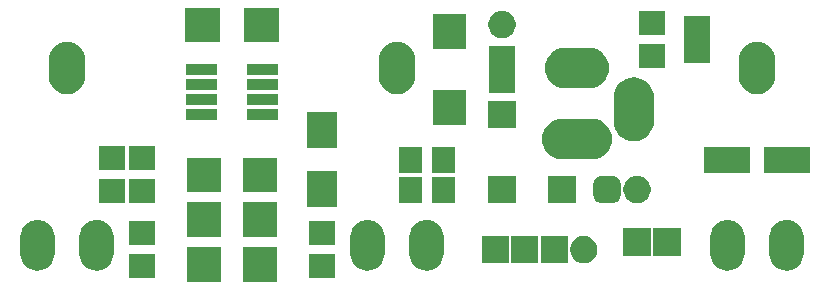
<source format=gbr>
G04 #@! TF.GenerationSoftware,KiCad,Pcbnew,5.1.6-c6e7f7d~87~ubuntu19.10.1*
G04 #@! TF.CreationDate,2022-07-30T15:19:17+06:00*
G04 #@! TF.ProjectId,1590BB2_connector_board_extended_r1a,31353930-4242-4325-9f63-6f6e6e656374,1A*
G04 #@! TF.SameCoordinates,Original*
G04 #@! TF.FileFunction,Soldermask,Top*
G04 #@! TF.FilePolarity,Negative*
%FSLAX46Y46*%
G04 Gerber Fmt 4.6, Leading zero omitted, Abs format (unit mm)*
G04 Created by KiCad (PCBNEW 5.1.6-c6e7f7d~87~ubuntu19.10.1) date 2022-07-30 15:19:17*
%MOMM*%
%LPD*%
G01*
G04 APERTURE LIST*
%ADD10C,0.100000*%
G04 APERTURE END LIST*
D10*
G36*
X94020000Y-160825000D02*
G01*
X91120000Y-160825000D01*
X91120000Y-157925000D01*
X94020000Y-157925000D01*
X94020000Y-160825000D01*
G37*
G36*
X89220000Y-160825000D02*
G01*
X86320000Y-160825000D01*
X86320000Y-157925000D01*
X89220000Y-157925000D01*
X89220000Y-160825000D01*
G37*
G36*
X98890000Y-160515000D02*
G01*
X96690000Y-160515000D01*
X96690000Y-158515000D01*
X98890000Y-158515000D01*
X98890000Y-160515000D01*
G37*
G36*
X83650000Y-160515000D02*
G01*
X81450000Y-160515000D01*
X81450000Y-158515000D01*
X83650000Y-158515000D01*
X83650000Y-160515000D01*
G37*
G36*
X106924249Y-155625981D02*
G01*
X107060912Y-155667438D01*
X107197576Y-155708894D01*
X107449472Y-155843534D01*
X107670265Y-156024735D01*
X107851466Y-156245527D01*
X107986106Y-156497423D01*
X108069019Y-156770751D01*
X108090000Y-156983774D01*
X108090000Y-158526226D01*
X108069019Y-158739249D01*
X107986106Y-159012577D01*
X107851466Y-159264473D01*
X107670265Y-159485265D01*
X107449473Y-159666466D01*
X107197577Y-159801106D01*
X107060913Y-159842563D01*
X106924250Y-159884019D01*
X106640000Y-159912015D01*
X106355751Y-159884019D01*
X106219088Y-159842563D01*
X106082424Y-159801106D01*
X105830528Y-159666466D01*
X105609736Y-159485265D01*
X105428535Y-159264473D01*
X105293895Y-159012577D01*
X105210981Y-158739249D01*
X105190000Y-158526226D01*
X105190000Y-156983775D01*
X105210981Y-156770752D01*
X105210982Y-156770750D01*
X105293894Y-156497425D01*
X105293894Y-156497424D01*
X105428534Y-156245528D01*
X105609735Y-156024735D01*
X105830527Y-155843534D01*
X106082423Y-155708894D01*
X106219087Y-155667437D01*
X106355750Y-155625981D01*
X106640000Y-155597985D01*
X106924249Y-155625981D01*
G37*
G36*
X132404249Y-155625981D02*
G01*
X132540912Y-155667438D01*
X132677576Y-155708894D01*
X132929472Y-155843534D01*
X133150265Y-156024735D01*
X133331466Y-156245527D01*
X133466106Y-156497423D01*
X133549019Y-156770751D01*
X133570000Y-156983774D01*
X133570000Y-158526226D01*
X133549019Y-158739249D01*
X133466106Y-159012577D01*
X133331466Y-159264473D01*
X133150265Y-159485265D01*
X132929473Y-159666466D01*
X132677577Y-159801106D01*
X132540913Y-159842563D01*
X132404250Y-159884019D01*
X132120000Y-159912015D01*
X131835751Y-159884019D01*
X131699088Y-159842563D01*
X131562424Y-159801106D01*
X131310528Y-159666466D01*
X131089736Y-159485265D01*
X130908535Y-159264473D01*
X130773895Y-159012577D01*
X130690981Y-158739249D01*
X130670000Y-158526226D01*
X130670000Y-156983775D01*
X130690981Y-156770752D01*
X130690982Y-156770750D01*
X130773894Y-156497425D01*
X130773894Y-156497424D01*
X130908534Y-156245528D01*
X131089735Y-156024735D01*
X131310527Y-155843534D01*
X131562423Y-155708894D01*
X131699087Y-155667437D01*
X131835750Y-155625981D01*
X132120000Y-155597985D01*
X132404249Y-155625981D01*
G37*
G36*
X137404249Y-155625981D02*
G01*
X137540912Y-155667438D01*
X137677576Y-155708894D01*
X137929472Y-155843534D01*
X138150265Y-156024735D01*
X138331466Y-156245527D01*
X138466106Y-156497423D01*
X138549019Y-156770751D01*
X138570000Y-156983774D01*
X138570000Y-158526226D01*
X138549019Y-158739249D01*
X138466106Y-159012577D01*
X138331466Y-159264473D01*
X138150265Y-159485265D01*
X137929473Y-159666466D01*
X137677577Y-159801106D01*
X137540913Y-159842563D01*
X137404250Y-159884019D01*
X137120000Y-159912015D01*
X136835751Y-159884019D01*
X136699088Y-159842563D01*
X136562424Y-159801106D01*
X136310528Y-159666466D01*
X136089736Y-159485265D01*
X135908535Y-159264473D01*
X135773895Y-159012577D01*
X135690981Y-158739249D01*
X135670000Y-158526226D01*
X135670000Y-156983775D01*
X135690981Y-156770752D01*
X135690982Y-156770750D01*
X135773894Y-156497425D01*
X135773894Y-156497424D01*
X135908534Y-156245528D01*
X136089735Y-156024735D01*
X136310527Y-155843534D01*
X136562423Y-155708894D01*
X136699087Y-155667437D01*
X136835750Y-155625981D01*
X137120000Y-155597985D01*
X137404249Y-155625981D01*
G37*
G36*
X73984249Y-155625981D02*
G01*
X74120912Y-155667438D01*
X74257576Y-155708894D01*
X74509472Y-155843534D01*
X74730265Y-156024735D01*
X74911466Y-156245527D01*
X75046106Y-156497423D01*
X75129019Y-156770751D01*
X75150000Y-156983774D01*
X75150000Y-158526226D01*
X75129019Y-158739249D01*
X75046106Y-159012577D01*
X74911466Y-159264473D01*
X74730265Y-159485265D01*
X74509473Y-159666466D01*
X74257577Y-159801106D01*
X74120913Y-159842563D01*
X73984250Y-159884019D01*
X73700000Y-159912015D01*
X73415751Y-159884019D01*
X73279088Y-159842563D01*
X73142424Y-159801106D01*
X72890528Y-159666466D01*
X72669736Y-159485265D01*
X72488535Y-159264473D01*
X72353895Y-159012577D01*
X72270981Y-158739249D01*
X72250000Y-158526226D01*
X72250000Y-156983775D01*
X72270981Y-156770752D01*
X72270982Y-156770750D01*
X72353894Y-156497425D01*
X72353894Y-156497424D01*
X72488534Y-156245528D01*
X72669735Y-156024735D01*
X72890527Y-155843534D01*
X73142423Y-155708894D01*
X73279087Y-155667437D01*
X73415750Y-155625981D01*
X73700000Y-155597985D01*
X73984249Y-155625981D01*
G37*
G36*
X78984249Y-155625981D02*
G01*
X79120912Y-155667438D01*
X79257576Y-155708894D01*
X79509472Y-155843534D01*
X79730265Y-156024735D01*
X79911466Y-156245527D01*
X80046106Y-156497423D01*
X80129019Y-156770751D01*
X80150000Y-156983774D01*
X80150000Y-158526226D01*
X80129019Y-158739249D01*
X80046106Y-159012577D01*
X79911466Y-159264473D01*
X79730265Y-159485265D01*
X79509473Y-159666466D01*
X79257577Y-159801106D01*
X79120913Y-159842563D01*
X78984250Y-159884019D01*
X78700000Y-159912015D01*
X78415751Y-159884019D01*
X78279088Y-159842563D01*
X78142424Y-159801106D01*
X77890528Y-159666466D01*
X77669736Y-159485265D01*
X77488535Y-159264473D01*
X77353895Y-159012577D01*
X77270981Y-158739249D01*
X77250000Y-158526226D01*
X77250000Y-156983775D01*
X77270981Y-156770752D01*
X77270982Y-156770750D01*
X77353894Y-156497425D01*
X77353894Y-156497424D01*
X77488534Y-156245528D01*
X77669735Y-156024735D01*
X77890527Y-155843534D01*
X78142423Y-155708894D01*
X78279087Y-155667437D01*
X78415750Y-155625981D01*
X78700000Y-155597985D01*
X78984249Y-155625981D01*
G37*
G36*
X101924249Y-155625981D02*
G01*
X102060912Y-155667438D01*
X102197576Y-155708894D01*
X102449472Y-155843534D01*
X102670265Y-156024735D01*
X102851466Y-156245527D01*
X102986106Y-156497423D01*
X103069019Y-156770751D01*
X103090000Y-156983774D01*
X103090000Y-158526226D01*
X103069019Y-158739249D01*
X102986106Y-159012577D01*
X102851466Y-159264473D01*
X102670265Y-159485265D01*
X102449473Y-159666466D01*
X102197577Y-159801106D01*
X102060913Y-159842563D01*
X101924250Y-159884019D01*
X101640000Y-159912015D01*
X101355751Y-159884019D01*
X101219088Y-159842563D01*
X101082424Y-159801106D01*
X100830528Y-159666466D01*
X100609736Y-159485265D01*
X100428535Y-159264473D01*
X100293895Y-159012577D01*
X100210981Y-158739249D01*
X100190000Y-158526226D01*
X100190000Y-156983775D01*
X100210981Y-156770752D01*
X100210982Y-156770750D01*
X100293894Y-156497425D01*
X100293894Y-156497424D01*
X100428534Y-156245528D01*
X100609735Y-156024735D01*
X100830527Y-155843534D01*
X101082423Y-155708894D01*
X101219087Y-155667437D01*
X101355750Y-155625981D01*
X101640000Y-155597985D01*
X101924249Y-155625981D01*
G37*
G36*
X116105000Y-159265000D02*
G01*
X113805000Y-159265000D01*
X113805000Y-156965000D01*
X116105000Y-156965000D01*
X116105000Y-159265000D01*
G37*
G36*
X113605000Y-159265000D02*
G01*
X111305000Y-159265000D01*
X111305000Y-156965000D01*
X113605000Y-156965000D01*
X113605000Y-159265000D01*
G37*
G36*
X118605000Y-159265000D02*
G01*
X116305000Y-159265000D01*
X116305000Y-156965000D01*
X118605000Y-156965000D01*
X118605000Y-159265000D01*
G37*
G36*
X120179354Y-156987097D02*
G01*
X120290443Y-157009194D01*
X120413039Y-157059976D01*
X120499728Y-157095883D01*
X120688081Y-157221736D01*
X120848264Y-157381919D01*
X120974117Y-157570272D01*
X121010024Y-157656961D01*
X121060806Y-157779557D01*
X121060806Y-157779559D01*
X121089737Y-157925000D01*
X121105000Y-158001735D01*
X121105000Y-158228265D01*
X121060806Y-158450443D01*
X121029415Y-158526226D01*
X120974117Y-158659728D01*
X120848264Y-158848081D01*
X120688081Y-159008264D01*
X120499728Y-159134117D01*
X120413039Y-159170024D01*
X120290443Y-159220806D01*
X120179354Y-159242903D01*
X120068267Y-159265000D01*
X119841733Y-159265000D01*
X119730646Y-159242903D01*
X119619557Y-159220806D01*
X119496961Y-159170024D01*
X119410272Y-159134117D01*
X119221919Y-159008264D01*
X119061736Y-158848081D01*
X118935883Y-158659728D01*
X118880585Y-158526226D01*
X118849194Y-158450443D01*
X118805000Y-158228265D01*
X118805000Y-158001735D01*
X118820264Y-157925000D01*
X118849194Y-157779559D01*
X118849194Y-157779557D01*
X118899976Y-157656961D01*
X118935883Y-157570272D01*
X119061736Y-157381919D01*
X119221919Y-157221736D01*
X119410272Y-157095883D01*
X119496961Y-157059976D01*
X119619557Y-157009194D01*
X119730646Y-156987097D01*
X119841733Y-156965000D01*
X120068267Y-156965000D01*
X120179354Y-156987097D01*
G37*
G36*
X125610000Y-158630000D02*
G01*
X123310000Y-158630000D01*
X123310000Y-156330000D01*
X125610000Y-156330000D01*
X125610000Y-158630000D01*
G37*
G36*
X128150000Y-158630000D02*
G01*
X125850000Y-158630000D01*
X125850000Y-156330000D01*
X128150000Y-156330000D01*
X128150000Y-158630000D01*
G37*
G36*
X98890000Y-157715000D02*
G01*
X96690000Y-157715000D01*
X96690000Y-155715000D01*
X98890000Y-155715000D01*
X98890000Y-157715000D01*
G37*
G36*
X83650000Y-157715000D02*
G01*
X81450000Y-157715000D01*
X81450000Y-155715000D01*
X83650000Y-155715000D01*
X83650000Y-157715000D01*
G37*
G36*
X89220000Y-157025000D02*
G01*
X86320000Y-157025000D01*
X86320000Y-154125000D01*
X89220000Y-154125000D01*
X89220000Y-157025000D01*
G37*
G36*
X94020000Y-157025000D02*
G01*
X91120000Y-157025000D01*
X91120000Y-154125000D01*
X94020000Y-154125000D01*
X94020000Y-157025000D01*
G37*
G36*
X99090000Y-154495000D02*
G01*
X96490000Y-154495000D01*
X96490000Y-151495000D01*
X99090000Y-151495000D01*
X99090000Y-154495000D01*
G37*
G36*
X114180000Y-154185000D02*
G01*
X111880000Y-154185000D01*
X111880000Y-151885000D01*
X114180000Y-151885000D01*
X114180000Y-154185000D01*
G37*
G36*
X122530663Y-151898111D02*
G01*
X122656307Y-151936225D01*
X122772096Y-151998115D01*
X122873590Y-152081410D01*
X122956885Y-152182904D01*
X123018775Y-152298693D01*
X123056889Y-152424337D01*
X123070000Y-152557454D01*
X123070000Y-153512546D01*
X123056889Y-153645663D01*
X123018775Y-153771307D01*
X122956885Y-153887096D01*
X122873590Y-153988590D01*
X122772096Y-154071885D01*
X122656307Y-154133775D01*
X122530663Y-154171889D01*
X122397546Y-154185000D01*
X121442454Y-154185000D01*
X121309337Y-154171889D01*
X121183693Y-154133775D01*
X121067904Y-154071885D01*
X120966410Y-153988590D01*
X120883115Y-153887096D01*
X120821225Y-153771307D01*
X120783111Y-153645663D01*
X120770000Y-153512546D01*
X120770000Y-152557454D01*
X120783111Y-152424337D01*
X120821225Y-152298693D01*
X120883115Y-152182904D01*
X120966410Y-152081410D01*
X121067904Y-151998115D01*
X121183693Y-151936225D01*
X121309337Y-151898111D01*
X121442454Y-151885000D01*
X122397546Y-151885000D01*
X122530663Y-151898111D01*
G37*
G36*
X119260000Y-154185000D02*
G01*
X116960000Y-154185000D01*
X116960000Y-151885000D01*
X119260000Y-151885000D01*
X119260000Y-154185000D01*
G37*
G36*
X124684354Y-151907097D02*
G01*
X124795443Y-151929194D01*
X124918039Y-151979976D01*
X125004728Y-152015883D01*
X125193081Y-152141736D01*
X125353264Y-152301919D01*
X125479117Y-152490272D01*
X125514212Y-152575000D01*
X125565806Y-152699557D01*
X125565806Y-152699559D01*
X125610000Y-152921733D01*
X125610000Y-153148267D01*
X125587903Y-153259354D01*
X125565806Y-153370443D01*
X125515024Y-153493039D01*
X125479117Y-153579728D01*
X125353264Y-153768081D01*
X125193081Y-153928264D01*
X125004728Y-154054117D01*
X124918039Y-154090024D01*
X124795443Y-154140806D01*
X124684354Y-154162903D01*
X124573267Y-154185000D01*
X124346733Y-154185000D01*
X124235646Y-154162903D01*
X124124557Y-154140806D01*
X124001961Y-154090024D01*
X123915272Y-154054117D01*
X123726919Y-153928264D01*
X123566736Y-153768081D01*
X123440883Y-153579728D01*
X123404976Y-153493039D01*
X123354194Y-153370443D01*
X123332097Y-153259354D01*
X123310000Y-153148267D01*
X123310000Y-152921733D01*
X123354194Y-152699559D01*
X123354194Y-152699557D01*
X123405788Y-152575000D01*
X123440883Y-152490272D01*
X123566736Y-152301919D01*
X123726919Y-152141736D01*
X123915272Y-152015883D01*
X124001961Y-151979976D01*
X124124557Y-151929194D01*
X124235646Y-151907097D01*
X124346733Y-151885000D01*
X124573267Y-151885000D01*
X124684354Y-151907097D01*
G37*
G36*
X83650000Y-154165000D02*
G01*
X81450000Y-154165000D01*
X81450000Y-152165000D01*
X83650000Y-152165000D01*
X83650000Y-154165000D01*
G37*
G36*
X81110000Y-154165000D02*
G01*
X78910000Y-154165000D01*
X78910000Y-152165000D01*
X81110000Y-152165000D01*
X81110000Y-154165000D01*
G37*
G36*
X106280000Y-154135000D02*
G01*
X104280000Y-154135000D01*
X104280000Y-151935000D01*
X106280000Y-151935000D01*
X106280000Y-154135000D01*
G37*
G36*
X109080000Y-154135000D02*
G01*
X107080000Y-154135000D01*
X107080000Y-151935000D01*
X109080000Y-151935000D01*
X109080000Y-154135000D01*
G37*
G36*
X94020000Y-153225000D02*
G01*
X91120000Y-153225000D01*
X91120000Y-150325000D01*
X94020000Y-150325000D01*
X94020000Y-153225000D01*
G37*
G36*
X89220000Y-153225000D02*
G01*
X86320000Y-153225000D01*
X86320000Y-150325000D01*
X89220000Y-150325000D01*
X89220000Y-153225000D01*
G37*
G36*
X134030000Y-151595000D02*
G01*
X130130000Y-151595000D01*
X130130000Y-149395000D01*
X134030000Y-149395000D01*
X134030000Y-151595000D01*
G37*
G36*
X139110000Y-151595000D02*
G01*
X135210000Y-151595000D01*
X135210000Y-149395000D01*
X139110000Y-149395000D01*
X139110000Y-151595000D01*
G37*
G36*
X106280000Y-151595000D02*
G01*
X104280000Y-151595000D01*
X104280000Y-149395000D01*
X106280000Y-149395000D01*
X106280000Y-151595000D01*
G37*
G36*
X109080000Y-151595000D02*
G01*
X107080000Y-151595000D01*
X107080000Y-149395000D01*
X109080000Y-149395000D01*
X109080000Y-151595000D01*
G37*
G36*
X83650000Y-151365000D02*
G01*
X81450000Y-151365000D01*
X81450000Y-149365000D01*
X83650000Y-149365000D01*
X83650000Y-151365000D01*
G37*
G36*
X81110000Y-151365000D02*
G01*
X78910000Y-151365000D01*
X78910000Y-149365000D01*
X81110000Y-149365000D01*
X81110000Y-151365000D01*
G37*
G36*
X120963258Y-147079597D02*
G01*
X121283711Y-147176806D01*
X121579036Y-147334661D01*
X121579037Y-147334662D01*
X121579039Y-147334663D01*
X121583731Y-147338514D01*
X121837897Y-147547103D01*
X122050339Y-147805964D01*
X122208194Y-148101289D01*
X122305403Y-148421742D01*
X122338225Y-148755000D01*
X122305403Y-149088258D01*
X122208194Y-149408711D01*
X122162071Y-149495000D01*
X122050337Y-149704039D01*
X121837897Y-149962897D01*
X121579039Y-150175337D01*
X121579037Y-150175338D01*
X121579036Y-150175339D01*
X121283711Y-150333194D01*
X120963258Y-150430403D01*
X120713514Y-150455000D01*
X118046486Y-150455000D01*
X117796742Y-150430403D01*
X117476289Y-150333194D01*
X117180964Y-150175339D01*
X117180963Y-150175338D01*
X117180961Y-150175337D01*
X116922103Y-149962897D01*
X116709663Y-149704039D01*
X116597929Y-149495000D01*
X116551806Y-149408711D01*
X116454597Y-149088258D01*
X116421775Y-148755000D01*
X116454597Y-148421742D01*
X116551806Y-148101289D01*
X116709661Y-147805964D01*
X116922103Y-147547103D01*
X117176269Y-147338514D01*
X117180961Y-147334663D01*
X117180963Y-147334662D01*
X117180964Y-147334661D01*
X117476289Y-147176806D01*
X117796742Y-147079597D01*
X118046486Y-147055000D01*
X120713514Y-147055000D01*
X120963258Y-147079597D01*
G37*
G36*
X99090000Y-149495000D02*
G01*
X96490000Y-149495000D01*
X96490000Y-146495000D01*
X99090000Y-146495000D01*
X99090000Y-149495000D01*
G37*
G36*
X124513257Y-143579597D02*
G01*
X124833710Y-143676806D01*
X125129036Y-143834661D01*
X125129038Y-143834663D01*
X125387897Y-144047103D01*
X125600337Y-144305961D01*
X125600338Y-144305963D01*
X125600339Y-144305964D01*
X125758194Y-144601289D01*
X125855403Y-144921742D01*
X125880000Y-145171486D01*
X125880000Y-147338514D01*
X125855403Y-147588258D01*
X125758194Y-147908711D01*
X125600339Y-148204036D01*
X125600337Y-148204039D01*
X125387897Y-148462897D01*
X125129039Y-148675337D01*
X125129037Y-148675338D01*
X125129036Y-148675339D01*
X124833711Y-148833194D01*
X124513258Y-148930403D01*
X124180000Y-148963225D01*
X123846743Y-148930403D01*
X123526290Y-148833194D01*
X123230965Y-148675339D01*
X123230964Y-148675338D01*
X123230962Y-148675337D01*
X122972104Y-148462897D01*
X122759664Y-148204039D01*
X122759662Y-148204036D01*
X122601807Y-147908711D01*
X122504598Y-147588258D01*
X122480001Y-147338514D01*
X122480000Y-145171487D01*
X122504597Y-144921743D01*
X122601806Y-144601290D01*
X122759661Y-144305964D01*
X122972103Y-144047103D01*
X123074708Y-143962897D01*
X123230961Y-143834663D01*
X123230963Y-143834662D01*
X123230964Y-143834661D01*
X123526289Y-143676806D01*
X123846742Y-143579597D01*
X124180000Y-143546775D01*
X124513257Y-143579597D01*
G37*
G36*
X114180000Y-147835000D02*
G01*
X111880000Y-147835000D01*
X111880000Y-145535000D01*
X114180000Y-145535000D01*
X114180000Y-147835000D01*
G37*
G36*
X109985000Y-147575000D02*
G01*
X107185000Y-147575000D01*
X107185000Y-144575000D01*
X109985000Y-144575000D01*
X109985000Y-147575000D01*
G37*
G36*
X88870000Y-147185000D02*
G01*
X86270000Y-147185000D01*
X86270000Y-146185000D01*
X88870000Y-146185000D01*
X88870000Y-147185000D01*
G37*
G36*
X94070000Y-147185000D02*
G01*
X91470000Y-147185000D01*
X91470000Y-146185000D01*
X94070000Y-146185000D01*
X94070000Y-147185000D01*
G37*
G36*
X94070000Y-145915000D02*
G01*
X91470000Y-145915000D01*
X91470000Y-144915000D01*
X94070000Y-144915000D01*
X94070000Y-145915000D01*
G37*
G36*
X88870000Y-145915000D02*
G01*
X86270000Y-145915000D01*
X86270000Y-144915000D01*
X88870000Y-144915000D01*
X88870000Y-145915000D01*
G37*
G36*
X76503852Y-140577427D02*
G01*
X76796029Y-140666059D01*
X77065297Y-140809985D01*
X77301318Y-141003682D01*
X77495015Y-141239702D01*
X77638941Y-141508970D01*
X77727573Y-141801147D01*
X77750000Y-142028857D01*
X77750000Y-143481143D01*
X77727573Y-143708853D01*
X77638941Y-144001030D01*
X77495015Y-144270298D01*
X77301318Y-144506318D01*
X77065298Y-144700015D01*
X76796030Y-144843941D01*
X76503853Y-144932573D01*
X76200000Y-144962499D01*
X75896148Y-144932573D01*
X75603971Y-144843941D01*
X75334703Y-144700015D01*
X75098683Y-144506318D01*
X74904986Y-144270298D01*
X74761060Y-144001030D01*
X74761059Y-144001029D01*
X74710592Y-143834663D01*
X74672427Y-143708853D01*
X74650000Y-143481143D01*
X74650000Y-142028858D01*
X74672427Y-141801148D01*
X74761059Y-141508971D01*
X74904985Y-141239703D01*
X75098682Y-141003682D01*
X75334702Y-140809985D01*
X75603970Y-140666059D01*
X75896147Y-140577427D01*
X76200000Y-140547501D01*
X76503852Y-140577427D01*
G37*
G36*
X104443852Y-140577427D02*
G01*
X104736029Y-140666059D01*
X105005297Y-140809985D01*
X105241318Y-141003682D01*
X105435015Y-141239702D01*
X105578941Y-141508970D01*
X105667573Y-141801147D01*
X105690000Y-142028857D01*
X105690000Y-143481143D01*
X105667573Y-143708853D01*
X105578941Y-144001030D01*
X105435015Y-144270298D01*
X105241318Y-144506318D01*
X105005298Y-144700015D01*
X104736030Y-144843941D01*
X104443853Y-144932573D01*
X104140000Y-144962499D01*
X103836148Y-144932573D01*
X103543971Y-144843941D01*
X103274703Y-144700015D01*
X103038683Y-144506318D01*
X102844986Y-144270298D01*
X102701060Y-144001030D01*
X102701059Y-144001029D01*
X102650592Y-143834663D01*
X102612427Y-143708853D01*
X102590000Y-143481143D01*
X102590000Y-142028858D01*
X102612427Y-141801148D01*
X102701059Y-141508971D01*
X102844985Y-141239703D01*
X103038682Y-141003682D01*
X103274702Y-140809985D01*
X103543970Y-140666059D01*
X103836147Y-140577427D01*
X104140000Y-140547501D01*
X104443852Y-140577427D01*
G37*
G36*
X134923852Y-140577427D02*
G01*
X135216029Y-140666059D01*
X135485297Y-140809985D01*
X135721318Y-141003682D01*
X135915015Y-141239702D01*
X136058941Y-141508970D01*
X136147573Y-141801147D01*
X136170000Y-142028857D01*
X136170000Y-143481143D01*
X136147573Y-143708853D01*
X136058941Y-144001030D01*
X135915015Y-144270298D01*
X135721318Y-144506318D01*
X135485298Y-144700015D01*
X135216030Y-144843941D01*
X134923853Y-144932573D01*
X134620000Y-144962499D01*
X134316148Y-144932573D01*
X134023971Y-144843941D01*
X133754703Y-144700015D01*
X133518683Y-144506318D01*
X133324986Y-144270298D01*
X133181060Y-144001030D01*
X133181059Y-144001029D01*
X133130592Y-143834663D01*
X133092427Y-143708853D01*
X133070000Y-143481143D01*
X133070000Y-142028858D01*
X133092427Y-141801148D01*
X133181059Y-141508971D01*
X133324985Y-141239703D01*
X133518682Y-141003682D01*
X133754702Y-140809985D01*
X134023970Y-140666059D01*
X134316147Y-140577427D01*
X134620000Y-140547501D01*
X134923852Y-140577427D01*
G37*
G36*
X114130000Y-144825000D02*
G01*
X111930000Y-144825000D01*
X111930000Y-140925000D01*
X114130000Y-140925000D01*
X114130000Y-144825000D01*
G37*
G36*
X94070000Y-144645000D02*
G01*
X91470000Y-144645000D01*
X91470000Y-143645000D01*
X94070000Y-143645000D01*
X94070000Y-144645000D01*
G37*
G36*
X88870000Y-144645000D02*
G01*
X86270000Y-144645000D01*
X86270000Y-143645000D01*
X88870000Y-143645000D01*
X88870000Y-144645000D01*
G37*
G36*
X120713258Y-141079597D02*
G01*
X121033711Y-141176806D01*
X121329036Y-141334661D01*
X121329037Y-141334662D01*
X121329039Y-141334663D01*
X121541432Y-141508970D01*
X121587897Y-141547103D01*
X121800339Y-141805964D01*
X121958194Y-142101289D01*
X122055403Y-142421742D01*
X122088225Y-142755000D01*
X122055403Y-143088258D01*
X121958194Y-143408711D01*
X121800339Y-143704036D01*
X121800337Y-143704039D01*
X121587897Y-143962897D01*
X121329039Y-144175337D01*
X121329037Y-144175338D01*
X121329036Y-144175339D01*
X121033711Y-144333194D01*
X120713258Y-144430403D01*
X120463514Y-144455000D01*
X118296486Y-144455000D01*
X118046742Y-144430403D01*
X117726289Y-144333194D01*
X117430964Y-144175339D01*
X117430963Y-144175338D01*
X117430961Y-144175337D01*
X117172103Y-143962897D01*
X116959663Y-143704039D01*
X116959661Y-143704036D01*
X116801806Y-143408711D01*
X116704597Y-143088258D01*
X116671775Y-142755000D01*
X116704597Y-142421742D01*
X116801806Y-142101289D01*
X116959661Y-141805964D01*
X117172103Y-141547103D01*
X117218568Y-141508970D01*
X117430961Y-141334663D01*
X117430963Y-141334662D01*
X117430964Y-141334661D01*
X117726289Y-141176806D01*
X118046742Y-141079597D01*
X118296486Y-141055000D01*
X120463514Y-141055000D01*
X120713258Y-141079597D01*
G37*
G36*
X88870000Y-143375000D02*
G01*
X86270000Y-143375000D01*
X86270000Y-142375000D01*
X88870000Y-142375000D01*
X88870000Y-143375000D01*
G37*
G36*
X94070000Y-143375000D02*
G01*
X91470000Y-143375000D01*
X91470000Y-142375000D01*
X94070000Y-142375000D01*
X94070000Y-143375000D01*
G37*
G36*
X126830000Y-142735000D02*
G01*
X124630000Y-142735000D01*
X124630000Y-140735000D01*
X126830000Y-140735000D01*
X126830000Y-142735000D01*
G37*
G36*
X130640000Y-142285000D02*
G01*
X128440000Y-142285000D01*
X128440000Y-138385000D01*
X130640000Y-138385000D01*
X130640000Y-142285000D01*
G37*
G36*
X109985000Y-141175000D02*
G01*
X107185000Y-141175000D01*
X107185000Y-138175000D01*
X109985000Y-138175000D01*
X109985000Y-141175000D01*
G37*
G36*
X89120000Y-140525000D02*
G01*
X86220000Y-140525000D01*
X86220000Y-137625000D01*
X89120000Y-137625000D01*
X89120000Y-140525000D01*
G37*
G36*
X94120000Y-140525000D02*
G01*
X91220000Y-140525000D01*
X91220000Y-137625000D01*
X94120000Y-137625000D01*
X94120000Y-140525000D01*
G37*
G36*
X113243812Y-137935000D02*
G01*
X113365443Y-137959194D01*
X113488039Y-138009976D01*
X113574728Y-138045883D01*
X113763081Y-138171736D01*
X113923264Y-138331919D01*
X114049117Y-138520272D01*
X114085024Y-138606961D01*
X114135806Y-138729557D01*
X114180000Y-138951735D01*
X114180000Y-139178265D01*
X114135806Y-139400443D01*
X114085024Y-139523039D01*
X114049117Y-139609728D01*
X113923264Y-139798081D01*
X113763081Y-139958264D01*
X113574728Y-140084117D01*
X113488039Y-140120024D01*
X113365443Y-140170806D01*
X113254354Y-140192903D01*
X113143267Y-140215000D01*
X112916733Y-140215000D01*
X112805646Y-140192903D01*
X112694557Y-140170806D01*
X112571961Y-140120024D01*
X112485272Y-140084117D01*
X112296919Y-139958264D01*
X112136736Y-139798081D01*
X112010883Y-139609728D01*
X111974976Y-139523039D01*
X111924194Y-139400443D01*
X111880000Y-139178265D01*
X111880000Y-138951735D01*
X111924194Y-138729557D01*
X111974976Y-138606961D01*
X112010883Y-138520272D01*
X112136736Y-138331919D01*
X112296919Y-138171736D01*
X112485272Y-138045883D01*
X112571961Y-138009976D01*
X112694557Y-137959194D01*
X112816188Y-137935000D01*
X112916733Y-137915000D01*
X113143267Y-137915000D01*
X113243812Y-137935000D01*
G37*
G36*
X126830000Y-139935000D02*
G01*
X124630000Y-139935000D01*
X124630000Y-137935000D01*
X126830000Y-137935000D01*
X126830000Y-139935000D01*
G37*
M02*

</source>
